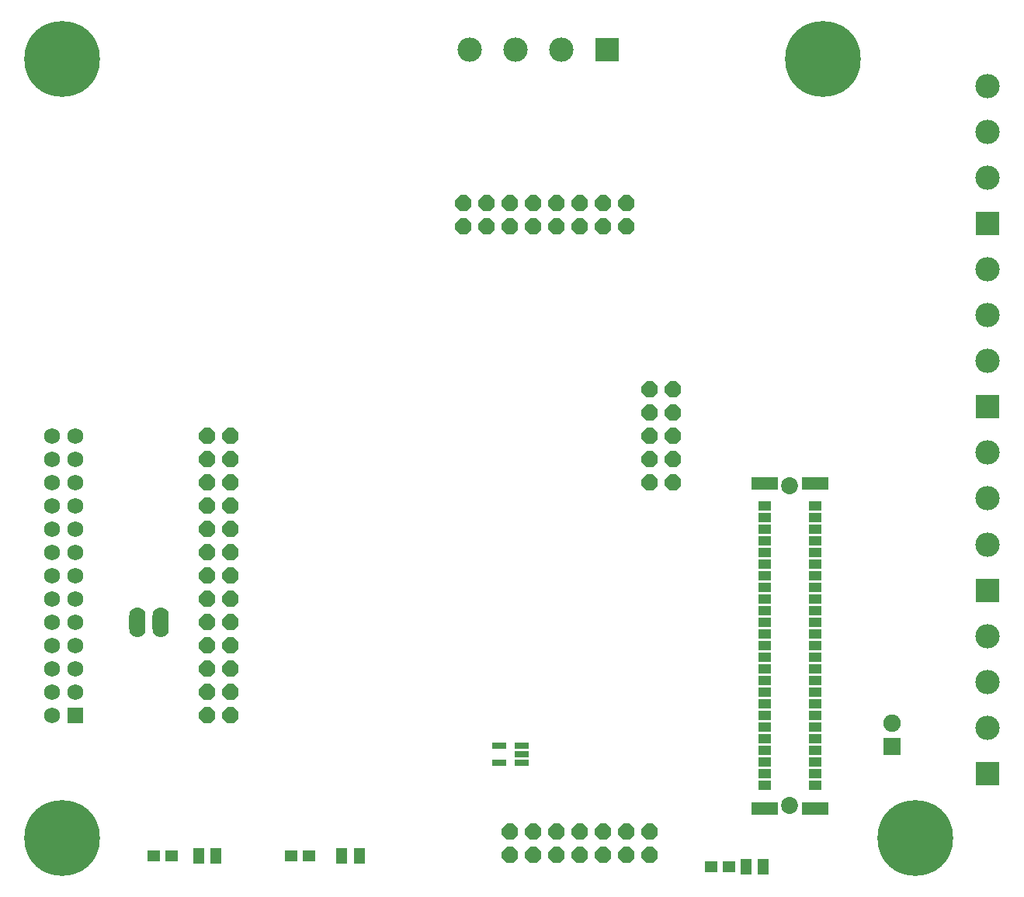
<source format=gts>
G04 EasyPC Gerber Version 21.0.3 Build 4286 *
%FSLAX35Y35*%
%MOIN*%
%ADD128O,0.07000X0.13000*%
%ADD88R,0.04937X0.06709*%
%ADD131R,0.06906X0.06906*%
%ADD86R,0.07496X0.07496*%
%ADD133R,0.10449X0.10449*%
%ADD132C,0.06906*%
%ADD126C,0.07299*%
%ADD87C,0.07496*%
%ADD82C,0.10449*%
%ADD130R,0.05921X0.02969*%
%ADD125R,0.05331X0.04150*%
%ADD90R,0.05724X0.05134*%
%AMT129*0 Octagon Pad at angle 0*4,1,8,-0.01449,-0.03500,0.01449,-0.03500,0.03500,-0.01449,0.03500,0.01449,0.01449,0.03500,-0.01449,0.03500,-0.03500,0.01449,-0.03500,-0.01449,-0.01449,-0.03500,0*%
%ADD129T129*%
%ADD124C,0.32496*%
%ADD127R,0.11630X0.05724*%
X0Y0D02*
D02*
D82*
X202809Y366470D03*
X222494D03*
X242179D03*
X425250Y75132D03*
Y94817D03*
Y114502D03*
Y153872D03*
Y173557D03*
Y193242D03*
Y232612D03*
Y252297D03*
Y271982D03*
Y311352D03*
Y331037D03*
Y350722D03*
D02*
D86*
X384108Y67179D03*
D02*
D87*
Y77179D03*
D02*
D88*
X86274Y20014D03*
X93754D03*
X147888D03*
X155368D03*
X321313Y15250D03*
X328793D03*
D02*
D90*
X67179Y20014D03*
X74659D03*
X126234D03*
X133715D03*
X306510Y15250D03*
X313990D03*
D02*
D124*
X27809Y27809D03*
Y362455D03*
X354581D03*
X393951Y27809D03*
D02*
D125*
X329423Y50250D03*
Y55250D03*
Y60250D03*
Y65250D03*
Y70250D03*
Y75250D03*
Y80250D03*
Y85250D03*
Y90250D03*
Y95250D03*
Y100250D03*
Y105250D03*
Y110250D03*
Y115250D03*
Y120250D03*
Y125250D03*
Y130250D03*
Y135250D03*
Y140250D03*
Y145250D03*
Y150250D03*
Y155250D03*
Y160250D03*
Y165250D03*
Y170250D03*
X351077Y50250D03*
Y55250D03*
Y60250D03*
Y65250D03*
Y70250D03*
Y75250D03*
Y80250D03*
Y85250D03*
Y90250D03*
Y95250D03*
Y100250D03*
Y105250D03*
Y110250D03*
Y115250D03*
Y120250D03*
Y125250D03*
Y130250D03*
Y135250D03*
Y140250D03*
Y145250D03*
Y150250D03*
Y155250D03*
Y160250D03*
Y165250D03*
Y170250D03*
D02*
D126*
X340250Y41549D03*
Y178951D03*
D02*
D127*
X329423Y40368D03*
Y180132D03*
X351077Y40368D03*
Y180132D03*
D02*
D128*
X60250Y120250D03*
X70250D03*
D02*
D129*
X90250Y80250D03*
Y90250D03*
Y100250D03*
Y110250D03*
Y120250D03*
Y130250D03*
Y140250D03*
Y150250D03*
Y160250D03*
Y170250D03*
Y180250D03*
Y190250D03*
Y200250D03*
X100250Y80250D03*
Y90250D03*
Y100250D03*
Y110250D03*
Y120250D03*
Y130250D03*
Y140250D03*
Y150250D03*
Y160250D03*
Y170250D03*
Y180250D03*
Y190250D03*
Y200250D03*
X200250Y290250D03*
Y300250D03*
X210250Y290250D03*
Y300250D03*
X220250Y20250D03*
Y30250D03*
Y290250D03*
Y300250D03*
X230250Y20250D03*
Y30250D03*
Y290250D03*
Y300250D03*
X240250Y20250D03*
Y30250D03*
Y290250D03*
Y300250D03*
X250250Y20250D03*
Y30250D03*
Y290250D03*
Y300250D03*
X260250Y20250D03*
Y30250D03*
Y290250D03*
Y300250D03*
X270250Y20250D03*
Y30250D03*
Y290250D03*
Y300250D03*
X280250Y20250D03*
Y30250D03*
Y180250D03*
Y190250D03*
Y200250D03*
Y210250D03*
Y220250D03*
X290250Y180250D03*
Y190250D03*
Y200250D03*
Y210250D03*
Y220250D03*
D02*
D130*
X215329Y59974D03*
Y67455D03*
X225171Y59974D03*
Y63715D03*
Y67455D03*
D02*
D131*
X33518Y80250D03*
D02*
D132*
X23518D03*
Y90250D03*
Y100250D03*
Y110250D03*
Y120250D03*
Y130250D03*
Y140250D03*
Y150250D03*
Y160250D03*
Y170250D03*
Y180250D03*
Y190250D03*
Y200250D03*
X33518Y90250D03*
Y100250D03*
Y110250D03*
Y120250D03*
Y130250D03*
Y140250D03*
Y150250D03*
Y160250D03*
Y170250D03*
Y180250D03*
Y190250D03*
Y200250D03*
D02*
D133*
X261864Y366470D03*
X425250Y55447D03*
Y134187D03*
Y212927D03*
Y291667D03*
X0Y0D02*
M02*

</source>
